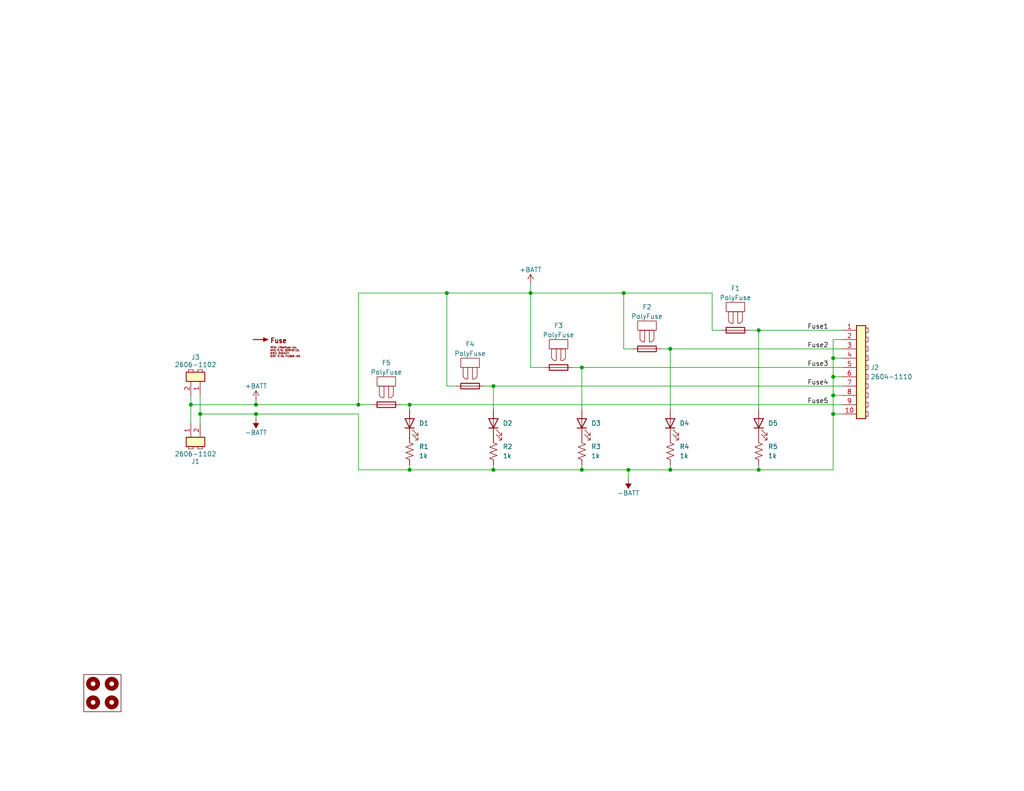
<source format=kicad_sch>
(kicad_sch (version 20231120) (generator "eeschema") (generator_version "8.0")
  (paper "A")
  (title_block (title "Power Distribution ") (date "2024-10-12") (rev "R2") (company "Spartan Robotics FRC971"))
  (lib_symbols
    (symbol "Connector:Screw_Terminal_01x02" (pin_names (offset 1.016) hide)
      (property "Reference" "J1" (at 0 -8.89 0))
      (property "Value" "2606-1102" (at 0 -6.35 0))
      (symbol "Screw_Terminal_01x02_0_1"
        (rectangle (start 1.27 -1.905) (end 1.905 -3.175))
        (rectangle (start 1.27 0.635) (end 1.905 -0.635))
      )
      (symbol "Screw_Terminal_01x02_1_1"
        (rectangle (start -1.27 1.27) (end 1.27 -3.81) (stroke (width 0.254)) (fill (type background)))
        (pin input line (at -5.08 0 0) (length 3.81) (name "Pin_1") (number "1"))
        (pin input line (at -5.08 -2.54 0) (length 3.81) (name "Pin_2") (number "2"))
      )
    )
    (symbol "Connector:Screw_Terminal_01x10" (pin_names (offset 1.016) hide)
      (property "Reference" "J2" (at 2.54 0 0))
      (property "Value" "Screw_Terminal_01x10" (at 2.54 -2.54 0))
      (symbol "Screw_Terminal_01x10_0_1"
        (rectangle (start 1.27 -12.065) (end 1.905 -13.335))
        (rectangle (start 1.27 -9.525) (end 1.905 -10.795))
        (rectangle (start 1.27 -6.985) (end 1.905 -8.255))
        (rectangle (start 1.27 -4.445) (end 1.905 -5.715))
        (rectangle (start 1.27 -1.905) (end 1.905 -3.175))
        (rectangle (start 1.27 0.635) (end 1.905 -0.635))
        (rectangle (start 1.27 3.175) (end 1.905 1.905))
        (rectangle (start 1.27 5.715) (end 1.905 4.445))
        (rectangle (start 1.27 8.255) (end 1.905 6.985))
        (rectangle (start 1.27 10.795) (end 1.905 9.525))
      )
      (symbol "Screw_Terminal_01x10_1_1"
        (rectangle (start -1.27 11.43) (end 1.27 -13.97) (stroke (width 0.254)) (fill (type background)))
        (pin passive line (at -5.08 10.16 0) (length 3.81) (name "Pin_1") (number "1"))
        (pin passive line (at -5.08 -12.7 0) (length 3.81) (name "Pin_10") (number "10"))
        (pin passive line (at -5.08 7.62 0) (length 3.81) (name "Pin_2") (number "2"))
        (pin passive line (at -5.08 5.08 0) (length 3.81) (name "Pin_3") (number "3"))
        (pin passive line (at -5.08 2.54 0) (length 3.81) (name "Pin_4") (number "4"))
        (pin passive line (at -5.08 0 0) (length 3.81) (name "Pin_5") (number "5"))
        (pin passive line (at -5.08 -2.54 0) (length 3.81) (name "Pin_6") (number "6"))
        (pin passive line (at -5.08 -5.08 0) (length 3.81) (name "Pin_7") (number "7"))
        (pin passive line (at -5.08 -7.62 0) (length 3.81) (name "Pin_8") (number "8"))
        (pin passive line (at -5.08 -10.16 0) (length 3.81) (name "Pin_9") (number "9"))
      )
    )
    (symbol "Device:Fuse" (pin_numbers hide) (pin_names (offset 0))
      (property "Reference" "F1" (at 5.08 0 90))
      (property "Value" "PolyFuse" (at 2.54 0 90))
      (symbol "Fuse_0_1"
        (rectangle (start -7.62 2.54) (end -5.08 -2.54))
        (rectangle (start -0.762 -2.54) (end 0.762 2.54) (stroke (width 0.254)))
        (polyline (pts (xy 0 2.54) (xy 0 -2.54)))
        (polyline (pts (xy -5.08 -0.635) (xy -1.905 -0.635) (xy -1.905 -1.27) (xy -2.54 -1.905) (xy -5.08 -1.905) (xy -5.08 1.905) (xy -2.54 1.905) (xy -1.905 1.27) (xy -1.905 0.635) (xy -5.08 0.635)))
      )
      (symbol "Fuse_1_1"
        (pin passive line (at 0 3.81 270) (length 1.27) (name "~") (number "1"))
        (pin passive line (at 0 -3.81 90) (length 1.27) (name "~") (number "2"))
      )
    )
    (symbol "Device:LED" (pin_numbers hide) (pin_names (offset 1.016) hide)
      (property "Reference" "D" (at 0 2.54 0))
      (property "Value" "LED" (at 0 -2.54 0))
      (symbol "LED_0_1"
        (polyline (pts (xy -1.27 -1.27) (xy -1.27 1.27)) (stroke (width 0.254)))
        (polyline (pts (xy -1.27 0) (xy 1.27 0)))
        (polyline (pts (xy 1.27 -1.27) (xy 1.27 1.27) (xy -1.27 0) (xy 1.27 -1.27)) (stroke (width 0.254)))
        (polyline (pts (xy -3.048 -0.762) (xy -4.572 -2.286) (xy -3.81 -2.286) (xy -4.572 -2.286) (xy -4.572 -1.524)))
        (polyline (pts (xy -1.778 -0.762) (xy -3.302 -2.286) (xy -2.54 -2.286) (xy -3.302 -2.286) (xy -3.302 -1.524)))
      )
      (symbol "LED_1_1"
        (pin passive line (at -3.81 0 0) (length 2.54) (name "K") (number "1"))
        (pin passive line (at 3.81 0 180) (length 2.54) (name "A") (number "2"))
      )
    )
    (symbol "Device:R_US" (pin_numbers hide) (pin_names (offset 0))
      (property "Reference" "R" (at 2.54 0 90))
      (property "Value" "R_US" (at -2.54 0 90))
      (symbol "R_US_0_1"
        (polyline (pts (xy 0 -2.286) (xy 0 -2.54)))
        (polyline (pts (xy 0 2.286) (xy 0 2.54)))
        (polyline (pts (xy 0 -0.762) (xy 1.016 -1.143) (xy 0 -1.524) (xy -1.016 -1.905) (xy 0 -2.286)))
        (polyline (pts (xy 0 0.762) (xy 1.016 0.381) (xy 0 0) (xy -1.016 -0.381) (xy 0 -0.762)))
        (polyline (pts (xy 0 2.286) (xy 1.016 1.905) (xy 0 1.524) (xy -1.016 1.143) (xy 0 0.762)))
      )
      (symbol "R_US_1_1"
        (pin passive line (at 0 3.81 270) (length 1.27) (name "~") (number "1"))
        (pin passive line (at 0 -3.81 90) (length 1.27) (name "~") (number "2"))
      )
    )
    (symbol "Graphic:SYM_Arrow_Small" (in_bom no) (on_board no)
      (symbol "SYM_Arrow_Small_0_1"
        (polyline (pts (xy 1.524 0) (xy -2.032 0)) (stroke (width 0.254)))
        (polyline (pts (xy 2.032 0) (xy 0.762 -0.508) (xy 0.762 0.508) (xy 2.032 0)) (fill (type outline)))
      )
    )
    (symbol "Mechanical:MountingHole" (pin_names (offset 1.016))
      (property "Reference" "H" (at 0 5.08 0))
      (property "Value" "MountingHole" (at 0 3.175 0))
      (symbol "MountingHole_0_1"
        (circle (center 0 0) (radius 1.27) (stroke (width 1.27)))
      )
    )
    (symbol "power:+BATT" (power) (pin_names (offset 0))
      (property "Value" "+BATT" (at 0 3.556 0))
      (symbol "+BATT_0_1"
        (polyline (pts (xy -0.762 1.27) (xy 0 2.54)))
        (polyline (pts (xy 0 0) (xy 0 2.54)))
        (polyline (pts (xy 0 2.54) (xy 0.762 1.27)))
      )
      (symbol "+BATT_1_1"
        (pin power_in line (at 0 0 90) (length 0) hide (name "+BATT") (number "1"))
      )
    )
    (symbol "power:-BATT" (power) (pin_names (offset 0))
      (property "Value" "-BATT" (at 0 3.556 0))
      (symbol "-BATT_0_1"
        (polyline (pts (xy 0 0) (xy 0 2.54)))
        (polyline (pts (xy 0.762 1.27) (xy -0.762 1.27) (xy 0 2.54) (xy 0.762 1.27)) (fill (type outline)))
      )
      (symbol "-BATT_1_1"
        (pin power_in line (at 0 0 90) (length 0) hide (name "-BATT") (number "1"))
      )
    )
  )
  (junction (at 227.33 97.79))
  (junction (at 121.92 80.01))
  (junction (at 111.76 128.27))
  (junction (at 158.75 100.33))
  (junction (at 134.62 128.27))
  (junction (at 144.78 80.01))
  (junction (at 69.85 110.49))
  (junction (at 97.79 110.49))
  (junction (at 227.33 102.87))
  (junction (at 54.61 113.03))
  (junction (at 207.01 90.17))
  (junction (at 134.62 105.41))
  (junction (at 207.01 128.27))
  (junction (at 69.85 113.03))
  (junction (at 111.76 110.49))
  (junction (at 158.75 128.27))
  (junction (at 182.88 128.27))
  (junction (at 182.88 95.25))
  (junction (at 227.33 107.95))
  (junction (at 171.45 128.27))
  (junction (at 52.07 110.49))
  (junction (at 227.33 113.03))
  (junction (at 170.18 80.01))
  (wire (pts (xy 54.61 107.95) (xy 54.61 113.03)))
  (wire (pts (xy 227.33 102.87) (xy 227.33 107.95)))
  (wire (pts (xy 227.33 92.71) (xy 227.33 97.79)))
  (wire (pts (xy 227.33 102.87) (xy 229.87 102.87)))
  (wire (pts (xy 158.75 128.27) (xy 158.75 127)))
  (wire (pts (xy 172.72 95.25) (xy 170.18 95.25)))
  (wire (pts (xy 182.88 95.25) (xy 229.87 95.25)))
  (wire (pts (xy 134.62 128.27) (xy 134.62 127)))
  (wire (pts (xy 148.59 100.33) (xy 144.78 100.33)))
  (wire (pts (xy 109.22 110.49) (xy 111.76 110.49)))
  (wire (pts (xy 134.62 105.41) (xy 229.87 105.41)))
  (wire (pts (xy 134.62 128.27) (xy 158.75 128.27)))
  (wire (pts (xy 121.92 80.01) (xy 121.92 105.41)))
  (wire (pts (xy 207.01 90.17) (xy 207.01 111.76)))
  (wire (pts (xy 111.76 110.49) (xy 229.87 110.49)))
  (wire (pts (xy 69.85 113.03) (xy 54.61 113.03)))
  (wire (pts (xy 69.85 109.22) (xy 69.85 110.49)))
  (wire (pts (xy 111.76 128.27) (xy 134.62 128.27)))
  (wire (pts (xy 158.75 100.33) (xy 229.87 100.33)))
  (wire (pts (xy 182.88 95.25) (xy 182.88 111.76)))
  (wire (pts (xy 227.33 113.03) (xy 229.87 113.03)))
  (wire (pts (xy 132.08 105.41) (xy 134.62 105.41)))
  (wire (pts (xy 227.33 97.79) (xy 227.33 102.87)))
  (wire (pts (xy 180.34 95.25) (xy 182.88 95.25)))
  (wire (pts (xy 111.76 128.27) (xy 97.79 128.27)))
  (wire (pts (xy 227.33 113.03) (xy 227.33 128.27)))
  (wire (pts (xy 97.79 110.49) (xy 97.79 80.01)))
  (wire (pts (xy 207.01 128.27) (xy 227.33 128.27)))
  (wire (pts (xy 158.75 100.33) (xy 158.75 111.76)))
  (wire (pts (xy 144.78 80.01) (xy 170.18 80.01)))
  (wire (pts (xy 194.31 80.01) (xy 194.31 90.17)))
  (wire (pts (xy 97.79 110.49) (xy 101.6 110.49)))
  (wire (pts (xy 182.88 128.27) (xy 207.01 128.27)))
  (wire (pts (xy 111.76 110.49) (xy 111.76 111.76)))
  (wire (pts (xy 144.78 77.47) (xy 144.78 80.01)))
  (wire (pts (xy 227.33 92.71) (xy 229.87 92.71)))
  (wire (pts (xy 156.21 100.33) (xy 158.75 100.33)))
  (wire (pts (xy 171.45 130.81) (xy 171.45 128.27)))
  (wire (pts (xy 207.01 128.27) (xy 207.01 127)))
  (wire (pts (xy 121.92 80.01) (xy 144.78 80.01)))
  (wire (pts (xy 97.79 113.03) (xy 69.85 113.03)))
  (wire (pts (xy 69.85 110.49) (xy 97.79 110.49)))
  (wire (pts (xy 227.33 107.95) (xy 229.87 107.95)))
  (wire (pts (xy 170.18 80.01) (xy 170.18 95.25)))
  (wire (pts (xy 171.45 128.27) (xy 182.88 128.27)))
  (wire (pts (xy 52.07 107.95) (xy 52.07 110.49)))
  (wire (pts (xy 196.85 90.17) (xy 194.31 90.17)))
  (wire (pts (xy 227.33 97.79) (xy 229.87 97.79)))
  (wire (pts (xy 158.75 128.27) (xy 171.45 128.27)))
  (wire (pts (xy 182.88 128.27) (xy 182.88 127)))
  (wire (pts (xy 52.07 110.49) (xy 69.85 110.49)))
  (wire (pts (xy 134.62 105.41) (xy 134.62 111.76)))
  (wire (pts (xy 204.47 90.17) (xy 207.01 90.17)))
  (wire (pts (xy 227.33 107.95) (xy 227.33 113.03)))
  (wire (pts (xy 124.46 105.41) (xy 121.92 105.41)))
  (wire (pts (xy 54.61 113.03) (xy 54.61 115.57)))
  (wire (pts (xy 97.79 80.01) (xy 121.92 80.01)))
  (wire (pts (xy 144.78 80.01) (xy 144.78 100.33)))
  (wire (pts (xy 97.79 128.27) (xy 97.79 113.03)))
  (wire (pts (xy 52.07 115.57) (xy 52.07 110.49)))
  (wire (pts (xy 111.76 128.27) (xy 111.76 127)))
  (wire (pts (xy 207.01 90.17) (xy 229.87 90.17)))
  (wire (pts (xy 69.85 113.03) (xy 69.85 114.3)))
  (wire (pts (xy 170.18 80.01) (xy 194.31 80.01)))
  (rectangle (start 22.86 184.15) (end 33.02 194.31) (stroke (width 0) (color 72 0 0 1)))
  (text "Fuse" (at 73.66 93.98 0) (effects (font (size 1.27 1.27) (thickness 0.254) (bold yes)) (justify left bottom)))
  (text "\nMFG: Littelfuse Inc.\nMFG P/N: 029707.5L\nDIST: DIGIKEY\nDIST P/N: F4269-ND\n" (at 73.66 97.79 0) (effects (font (size 0.5 0.5) (thickness 0.254) (bold yes)) (justify left bottom)))
  (label "Fuse3" (at 226.06 100.33 180))
  (label "Fuse5" (at 226.06 110.49 180))
  (label "Fuse1" (at 226.06 90.17 180))
  (label "Fuse2" (at 226.06 95.25 180))
  (label "Fuse4" (at 226.06 105.41 180))
  (symbol (lib_id "Connector:Screw_Terminal_01x02") (at 52.07 120.65 90) (mirror x) (unit 1)
    (property "Reference" "J1" (at 53.34 125.984 90))
    (property "Value" "2606-1102" (at 53.34 123.952 90))
    (property "Footprint" "WAGO2PIN:2606-1102&slash_000-005" (effects (hide yes)))
    (property "Datasheet" "https://www.wago.com/global/products/datasheets/Datasheet.pdf?product=2606-1102&lang=en" (effects (hide yes)))
    (property "MFG" "WAGO" (effects (hide yes)))
    (property "MFG P/N" "2606-1102" (effects (hide yes)))
    (property "DIST" "DIGIKEY" (effects (hide yes)))
    (property "DIST P/N" "2946-2606-1102-ND" (effects (hide yes)))
    (property "LINK" "https://www.digikey.com/en/products/detail/wago-corporation/2606-1102/15575098" (effects (hide yes)))
  )
  (symbol (lib_id "power:-BATT") (at 69.85 114.3 180) (unit 1)
    (property "Reference" "#PWR01" (effects (hide yes)))
    (property "Value" "-BATT" (at 69.85 118.11 0))
  )
  (symbol (lib_id "Device:R_US") (at 207.01 123.19 0) (unit 1)
    (property "Reference" "R5" (at 209.55 121.92 0) (effects (justify left)))
    (property "Value" "1k" (at 209.55 124.46 0) (effects (justify left)))
    (property "Footprint" "Resistor_SMD:R_1206_3216Metric_Pad1.30x1.75mm_HandSolder" (effects (hide yes)))
    (property "Datasheet" "https://www.seielect.com/catalog/sei-rmcf_rmcp.pdf" (effects (hide yes)))
    (property "MFG" "Stackpole Electronics Inc" (effects (hide yes)))
    (property "MFG P/N" "RMCF1206FT1K00" (effects (hide yes)))
    (property "DIST" "DIGIKEY" (effects (hide yes)))
    (property "DIST P/N" "RMCF1206FT1K00" (effects (hide yes)))
    (property "LINK" "https://www.digikey.com/en/products/detail/stackpole-electronics-inc/RMCF1206FT1K00/1759616" (effects (hide yes)))
  )
  (symbol (lib_id "Device:LED") (at 111.76 115.57 90) (unit 1)
    (property "Reference" "D1" (at 114.3 115.57 90) (effects (justify right)))
    (property "Value" "QTLP651C4TR" (effects (hide yes)))
    (property "Footprint" "LED_SMD:LED_1206_3216Metric_Pad1.42x1.75mm_HandSolder" (effects (hide yes)))
    (property "Datasheet" "https://mm.digikey.com/Volume0/opasdata/d220001/medias/docus/402/QTLP651C-2,3,4,7,B.pdf" (effects (hide yes)))
    (property "MFG" "Everlight Electronics Co Ltd" (effects (hide yes)))
    (property "MFG P/N" "QTLP651C4TR" (effects (hide yes)))
    (property "DIST" "DIGIKEY" (effects (hide yes)))
    (property "DIST P/N" "QTLP651C4TR" (effects (hide yes)))
    (property "LINK" "https://www.digikey.com/en/products/detail/everlight-electronics-co-ltd/QTLP651C4TR/2691391" (effects (hide yes)))
  )
  (symbol (lib_id "Mechanical:MountingHole") (at 25.4 186.69 0) (unit 1) (in_bom no)
    (property "Reference" "H2" (effects (hide yes)))
    (property "Value" "MountingHole" (effects (hide yes)))
    (property "Footprint" "MountingHole:MountingHole_2.2mm_M2_DIN965_Pad" (effects (hide yes)))
  )
  (symbol (lib_id "Device:Fuse") (at 176.53 95.25 270) (unit 1)
    (property "Reference" "F2" (at 176.53 83.82 90))
    (property "Value" "PolyFuse" (at 176.53 86.36 90))
    (property "Footprint" "3568:FUSE_3568" (effects (hide yes)))
    (property "Datasheet" "https://www.keyelco.com/userAssets/file/M65p42.pdf" (effects (hide yes)))
    (property "MFG" "Keystone Electronics" (effects (hide yes)))
    (property "MFG P/N" "3568" (effects (hide yes)))
    (property "DIST" "DIGIKEY" (effects (hide yes)))
    (property "DIST P/N" "36-3568-ND" (effects (hide yes)))
    (property "LINK" "https://www.digikey.com/en/products/detail/keystone-electronics/3568/2137306" (effects (hide yes)))
  )
  (symbol (lib_id "Device:Fuse") (at 152.4 100.33 270) (unit 1)
    (property "Reference" "F3" (at 152.4 88.9 90))
    (property "Value" "PolyFuse" (at 152.4 91.44 90))
    (property "Footprint" "3568:FUSE_3568" (effects (hide yes)))
    (property "Datasheet" "https://www.keyelco.com/userAssets/file/M65p42.pdf" (effects (hide yes)))
    (property "MFG" "Keystone Electronics" (effects (hide yes)))
    (property "MFG P/N" "3568" (effects (hide yes)))
    (property "DIST" "DIGIKEY" (effects (hide yes)))
    (property "DIST P/N" "36-3568-ND" (effects (hide yes)))
    (property "LINK" "https://www.digikey.com/en/products/detail/keystone-electronics/3568/2137306" (effects (hide yes)))
  )
  (symbol (lib_id "Device:LED") (at 134.62 115.57 90) (unit 1)
    (property "Reference" "D2" (at 137.16 115.57 90) (effects (justify right)))
    (property "Value" "QTLP651C4TR" (effects (hide yes)))
    (property "Footprint" "LED_SMD:LED_1206_3216Metric_Pad1.42x1.75mm_HandSolder" (effects (hide yes)))
    (property "Datasheet" "https://mm.digikey.com/Volume0/opasdata/d220001/medias/docus/402/QTLP651C-2,3,4,7,B.pdf" (effects (hide yes)))
    (property "MFG" "Everlight Electronics Co Ltd" (effects (hide yes)))
    (property "MFG P/N" "QTLP651C4TR" (effects (hide yes)))
    (property "DIST" "DIGIKEY" (effects (hide yes)))
    (property "DIST P/N" "QTLP651C4TR" (effects (hide yes)))
    (property "LINK" "https://www.digikey.com/en/products/detail/everlight-electronics-co-ltd/QTLP651C4TR/2691391" (effects (hide yes)))
  )
  (symbol (lib_id "Device:R_US") (at 158.75 123.19 0) (unit 1)
    (property "Reference" "R3" (at 161.29 121.92 0) (effects (justify left)))
    (property "Value" "1k" (at 161.29 124.46 0) (effects (justify left)))
    (property "Footprint" "Resistor_SMD:R_1206_3216Metric_Pad1.30x1.75mm_HandSolder" (effects (hide yes)))
    (property "Datasheet" "https://www.seielect.com/catalog/sei-rmcf_rmcp.pdf" (effects (hide yes)))
    (property "MFG" "Stackpole Electronics Inc" (effects (hide yes)))
    (property "MFG P/N" "RMCF1206FT1K00" (effects (hide yes)))
    (property "DIST" "DIGIKEY" (effects (hide yes)))
    (property "DIST P/N" "RMCF1206FT1K00" (effects (hide yes)))
    (property "LINK" "https://www.digikey.com/en/products/detail/stackpole-electronics-inc/RMCF1206FT1K00/1759616" (effects (hide yes)))
  )
  (symbol (lib_id "power:+BATT") (at 144.78 77.47 0) (unit 1)
    (property "Reference" "#PWR02" (effects (hide yes)))
    (property "Value" "+BATT" (at 144.78 73.66 0))
  )
  (symbol (lib_id "power:+BATT") (at 69.85 109.22 0) (unit 1)
    (property "Reference" "#PWR07" (effects (hide yes)))
    (property "Value" "+BATT" (at 69.85 105.41 0))
  )
  (symbol (lib_id "Device:R_US") (at 134.62 123.19 0) (unit 1)
    (property "Reference" "R2" (at 137.16 121.92 0) (effects (justify left)))
    (property "Value" "1k" (at 137.16 124.46 0) (effects (justify left)))
    (property "Footprint" "Resistor_SMD:R_1206_3216Metric_Pad1.30x1.75mm_HandSolder" (effects (hide yes)))
    (property "Datasheet" "https://www.seielect.com/catalog/sei-rmcf_rmcp.pdf" (effects (hide yes)))
    (property "MFG" "Stackpole Electronics Inc" (effects (hide yes)))
    (property "MFG P/N" "RMCF1206FT1K00" (effects (hide yes)))
    (property "DIST" "DIGIKEY" (effects (hide yes)))
    (property "DIST P/N" "RMCF1206FT1K00" (effects (hide yes)))
    (property "LINK" "https://www.digikey.com/en/products/detail/stackpole-electronics-inc/RMCF1206FT1K00/1759616" (effects (hide yes)))
  )
  (symbol (lib_id "Connector:Screw_Terminal_01x02") (at 54.61 102.87 270) (mirror x) (unit 1)
    (property "Reference" "J3" (at 53.34 97.536 90))
    (property "Value" "2606-1102" (at 53.34 99.568 90))
    (property "Footprint" "WAGO2PIN:2606-1102&slash_000-005" (effects (hide yes)))
    (property "Datasheet" "https://www.wago.com/global/products/datasheets/Datasheet.pdf?product=2606-1102&lang=en" (effects (hide yes)))
    (property "MFG" "WAGO" (effects (hide yes)))
    (property "MFG P/N" "2606-1102" (effects (hide yes)))
    (property "DIST" "DIGIKEY" (effects (hide yes)))
    (property "DIST P/N" "2946-2606-1102-ND" (effects (hide yes)))
    (property "LINK" "https://www.digikey.com/en/products/detail/wago-corporation/2606-1102/15575098" (effects (hide yes)))
  )
  (symbol (lib_id "Device:Fuse") (at 200.66 90.17 270) (unit 1)
    (property "Reference" "F1" (at 200.66 78.74 90))
    (property "Value" "PolyFuse" (at 200.66 81.28 90))
    (property "Footprint" "3568:FUSE_3568" (effects (hide yes)))
    (property "Datasheet" "https://www.keyelco.com/userAssets/file/M65p42.pdf" (effects (hide yes)))
    (property "MFG" "Keystone Electronics" (effects (hide yes)))
    (property "MFG P/N" "3568" (effects (hide yes)))
    (property "DIST" "DIGIKEY" (effects (hide yes)))
    (property "DIST P/N" "36-3568-ND" (effects (hide yes)))
    (property "LINK" "https://www.digikey.com/en/products/detail/keystone-electronics/3568/2137306" (effects (hide yes)))
  )
  (symbol (lib_id "Device:Fuse") (at 128.27 105.41 270) (unit 1)
    (property "Reference" "F4" (at 128.27 93.98 90))
    (property "Value" "PolyFuse" (at 128.27 96.52 90))
    (property "Footprint" "3568:FUSE_3568" (effects (hide yes)))
    (property "Datasheet" "https://www.keyelco.com/userAssets/file/M65p42.pdf" (effects (hide yes)))
    (property "MFG" "Keystone Electronics" (effects (hide yes)))
    (property "MFG P/N" "3568" (effects (hide yes)))
    (property "DIST" "DIGIKEY" (effects (hide yes)))
    (property "DIST P/N" "36-3568-ND" (effects (hide yes)))
    (property "LINK" "https://www.digikey.com/en/products/detail/keystone-electronics/3568/2137306" (effects (hide yes)))
  )
  (symbol (lib_id "Graphic:SYM_Arrow_Small") (at 71.12 92.71 0) (unit 1) (on_board no)
    (property "Reference" "#SYM2" (effects (hide yes)))
    (property "Value" "FUSE" (effects (hide yes)))
    (property "Datasheet" "https://www.littelfuse.com/~/media/automotive/datasheets/fuses/passenger-car-and-commercial-vehicle/blade-fuses/littelfuse_mini_datasheet.pdf" (effects (hide yes)))
    (property "MFG" "Littelfuse Inc." (effects (hide yes)))
    (property "MFG P/N" "029707.5L" (effects (hide yes)))
    (property "DIST " "DIGIKEY" (effects (hide yes)))
    (property "DIST P/N" "F4269-ND" (effects (hide yes)))
    (property "LINK" "https://www.digikey.com/en/products/detail/littelfuse-inc/029707-5L/3305631" (effects (hide yes)))
  )
  (symbol (lib_id "Device:R_US") (at 111.76 123.19 0) (unit 1)
    (property "Reference" "R1" (at 114.3 121.92 0) (effects (justify left)))
    (property "Value" "1k" (at 114.3 124.46 0) (effects (justify left)))
    (property "Footprint" "Resistor_SMD:R_1206_3216Metric_Pad1.30x1.75mm_HandSolder" (effects (hide yes)))
    (property "Datasheet" "https://www.seielect.com/catalog/sei-rmcf_rmcp.pdf" (effects (hide yes)))
    (property "MFG" "Stackpole Electronics Inc" (effects (hide yes)))
    (property "MFG P/N" "RMCF1206FT1K00" (effects (hide yes)))
    (property "DIST" "DIGIKEY" (effects (hide yes)))
    (property "DIST P/N" "RMCF1206FT1K00" (effects (hide yes)))
    (property "LINK" "https://www.digikey.com/en/products/detail/stackpole-electronics-inc/RMCF1206FT1K00/1759616" (effects (hide yes)))
  )
  (symbol (lib_id "power:-BATT") (at 171.45 130.81 180) (unit 1)
    (property "Reference" "#PWR06" (effects (hide yes)))
    (property "Value" "-BATT" (at 171.45 134.62 0))
  )
  (symbol (lib_id "Device:LED") (at 182.88 115.57 90) (unit 1)
    (property "Reference" "D4" (at 185.42 115.57 90) (effects (justify right)))
    (property "Value" "QTLP651C4TR" (effects (hide yes)))
    (property "Footprint" "LED_SMD:LED_1206_3216Metric_Pad1.42x1.75mm_HandSolder" (effects (hide yes)))
    (property "Datasheet" "https://mm.digikey.com/Volume0/opasdata/d220001/medias/docus/402/QTLP651C-2,3,4,7,B.pdf" (effects (hide yes)))
    (property "MFG" "Everlight Electronics Co Ltd" (effects (hide yes)))
    (property "MFG P/N" "QTLP651C4TR" (effects (hide yes)))
    (property "DIST" "DIGIKEY" (effects (hide yes)))
    (property "DIST P/N" "QTLP651C4TR" (effects (hide yes)))
    (property "LINK" "https://www.digikey.com/en/products/detail/everlight-electronics-co-ltd/QTLP651C4TR/2691391" (effects (hide yes)))
  )
  (symbol (lib_id "Mechanical:MountingHole") (at 25.4 191.77 0) (unit 1) (in_bom no)
    (property "Reference" "H1" (effects (hide yes)))
    (property "Value" "MountingHole" (effects (hide yes)))
    (property "Footprint" "MountingHole:MountingHole_2.2mm_M2_DIN965_Pad" (effects (hide yes)))
  )
  (symbol (lib_id "Mechanical:MountingHole") (at 30.48 191.77 0) (unit 1) (in_bom no)
    (property "Reference" "H6" (effects (hide yes)))
    (property "Value" "MountingHole" (effects (hide yes)))
    (property "Footprint" "MountingHole:MountingHole_2.2mm_M2_DIN965_Pad" (effects (hide yes)))
  )
  (symbol (lib_id "Mechanical:MountingHole") (at 30.48 186.69 0) (unit 1) (in_bom no)
    (property "Reference" "H5" (effects (hide yes)))
    (property "Value" "MountingHole" (effects (hide yes)))
    (property "Footprint" "MountingHole:MountingHole_2.2mm_M2_DIN965_Pad" (effects (hide yes)))
  )
  (symbol (lib_id "Device:LED") (at 207.01 115.57 90) (unit 1)
    (property "Reference" "D5" (at 209.55 115.57 90) (effects (justify right)))
    (property "Value" "QTLP651C4TR" (effects (hide yes)))
    (property "Footprint" "LED_SMD:LED_1206_3216Metric_Pad1.42x1.75mm_HandSolder" (effects (hide yes)))
    (property "Datasheet" "https://mm.digikey.com/Volume0/opasdata/d220001/medias/docus/402/QTLP651C-2,3,4,7,B.pdf" (effects (hide yes)))
    (property "MFG" "Everlight Electronics Co Ltd" (effects (hide yes)))
    (property "MFG P/N" "QTLP651C4TR" (effects (hide yes)))
    (property "DIST" "DIGIKEY" (effects (hide yes)))
    (property "DIST P/N" "QTLP651C4TR" (effects (hide yes)))
    (property "LINK" "https://www.digikey.com/en/products/detail/everlight-electronics-co-ltd/QTLP651C4TR/2691391" (effects (hide yes)))
  )
  (symbol (lib_id "Connector:Screw_Terminal_01x10") (at 234.95 100.33 0) (unit 1)
    (property "Reference" "J2" (at 237.49 100.33 0) (effects (justify left)))
    (property "Value" "2604-1110" (at 237.49 102.87 0) (effects (justify left)))
    (property "Footprint" "WAGO10PIN:2604-1110" (effects (hide yes)))
    (property "Datasheet" "https://www.wago.com/global/products/datasheets/Datasheet.pdf?product=2604-1110&lang=en" (effects (hide yes)))
    (property "MFG" "WAGO" (effects (hide yes)))
    (property "MFG P/N" "2604-1110" (effects (hide yes)))
    (property "DIST" "DIGIKEY" (effects (hide yes)))
    (property "DIST P/N" "2946-2604-1110-ND" (effects (hide yes)))
    (property "LINK" "https://www.digikey.com/en/products/detail/wago-corporation/2604-1110/15551292" (effects (hide yes)))
  )
  (symbol (lib_id "Device:LED") (at 158.75 115.57 90) (unit 1)
    (property "Reference" "D3" (at 161.29 115.57 90) (effects (justify right)))
    (property "Value" "QTLP651C4TR" (effects (hide yes)))
    (property "Footprint" "LED_SMD:LED_1206_3216Metric_Pad1.42x1.75mm_HandSolder" (effects (hide yes)))
    (property "Datasheet" "https://mm.digikey.com/Volume0/opasdata/d220001/medias/docus/402/QTLP651C-2,3,4,7,B.pdf" (effects (hide yes)))
    (property "MFG" "Everlight Electronics Co Ltd" (effects (hide yes)))
    (property "MFG P/N" "QTLP651C4TR" (effects (hide yes)))
    (property "DIST" "DIGIKEY" (effects (hide yes)))
    (property "DIST P/N" "QTLP651C4TR" (effects (hide yes)))
    (property "LINK" "https://www.digikey.com/en/products/detail/everlight-electronics-co-ltd/QTLP651C4TR/2691391" (effects (hide yes)))
  )
  (symbol (lib_id "Device:R_US") (at 182.88 123.19 0) (unit 1)
    (property "Reference" "R4" (at 185.42 121.92 0) (effects (justify left)))
    (property "Value" "1k" (at 185.42 124.46 0) (effects (justify left)))
    (property "Footprint" "Resistor_SMD:R_1206_3216Metric_Pad1.30x1.75mm_HandSolder" (effects (hide yes)))
    (property "Datasheet" "https://www.seielect.com/catalog/sei-rmcf_rmcp.pdf" (effects (hide yes)))
    (property "MFG" "Stackpole Electronics Inc" (effects (hide yes)))
    (property "MFG P/N" "RMCF1206FT1K00" (effects (hide yes)))
    (property "DIST" "DIGIKEY" (effects (hide yes)))
    (property "DIST P/N" "RMCF1206FT1K00" (effects (hide yes)))
    (property "LINK" "https://www.digikey.com/en/products/detail/stackpole-electronics-inc/RMCF1206FT1K00/1759616" (effects (hide yes)))
  )
  (symbol (lib_id "Device:Fuse") (at 105.41 110.49 270) (unit 1)
    (property "Reference" "F5" (at 105.41 99.06 90))
    (property "Value" "PolyFuse" (at 105.41 101.6 90))
    (property "Footprint" "3568:FUSE_3568" (effects (hide yes)))
    (property "Datasheet" "https://www.keyelco.com/userAssets/file/M65p42.pdf" (effects (hide yes)))
    (property "MFG" "Keystone Electronics" (effects (hide yes)))
    (property "MFG P/N" "3568" (effects (hide yes)))
    (property "DIST" "DIGIKEY" (effects (hide yes)))
    (property "DIST P/N" "36-3568-ND" (effects (hide yes)))
    (property "LINK" "https://www.digikey.com/en/products/detail/keystone-electronics/3568/2137306" (effects (hide yes)))
  )
)
</source>
